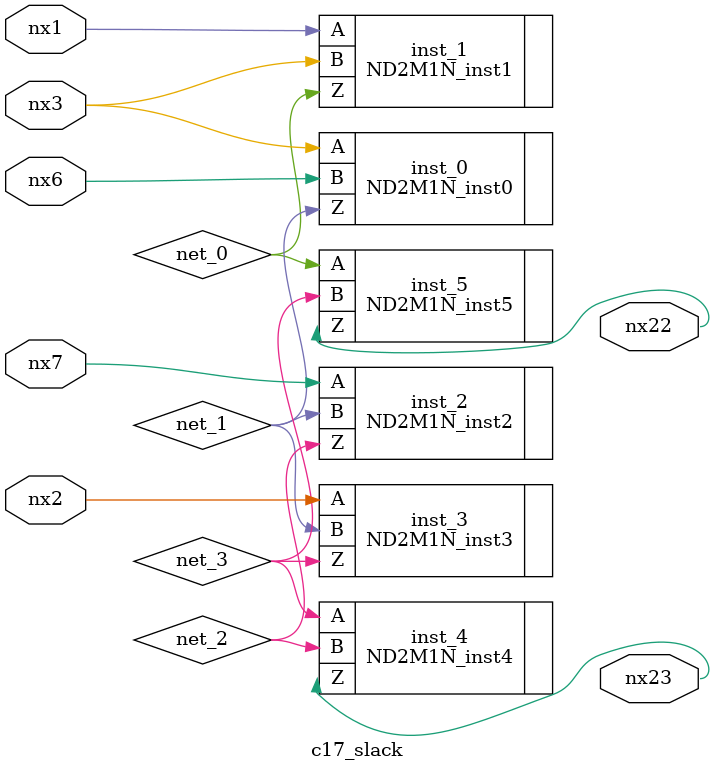
<source format=v>
module c17_slack (
nx1,
nx7,
nx3,
nx2,
nx6,
nx23,
nx22);

// Start PIs
input nx1;
input nx7;
input nx3;
input nx2;
input nx6;

// Start POs
output nx23;
output nx22;

// Start wires
wire net_1;
wire nx23;
wire nx1;
wire nx7;
wire nx3;
wire net_2;
wire nx22;
wire nx6;
wire net_0;
wire net_3;
wire nx2;

// Start cells
ND2M1N_inst5 inst_5 ( .B(net_3), .A(net_0), .Z(nx22) );
ND2M1N_inst2 inst_2 ( .Z(net_2), .B(net_1), .A(nx7) );
ND2M1N_inst1 inst_1 ( .Z(net_0), .B(nx3), .A(nx1) );
ND2M1N_inst4 inst_4 ( .A(net_3), .B(net_2), .Z(nx23) );
ND2M1N_inst3 inst_3 ( .Z(net_3), .B(net_1), .A(nx2) );
ND2M1N_inst0 inst_0 ( .Z(net_1), .B(nx6), .A(nx3) );

endmodule

</source>
